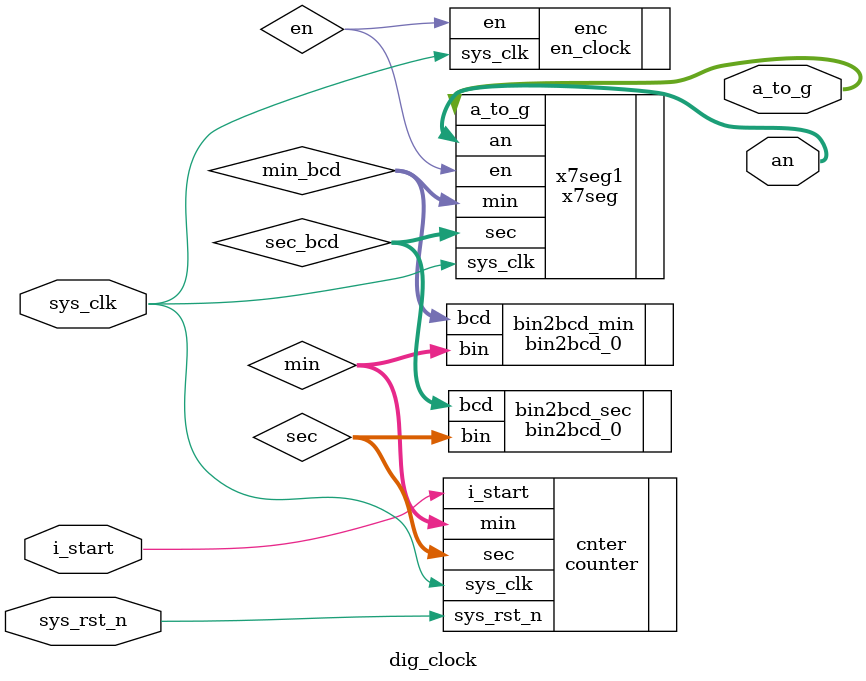
<source format=sv>
`timescale 1ns / 1ps

module dig_clock(
    input                   sys_clk,
    input                   sys_rst_n,
    input                   i_start,
    output logic [3 : 0]    an,
    output logic [7 : 0]    a_to_g
    );
    
    logic           en;
    logic [7 : 0]   min;
    logic [7 : 0]   sec;
    logic [7 : 0]   min_bcd;
    logic [7 : 0]   sec_bcd;
    
    en_clock enc(.sys_clk(sys_clk), .en(en));
    
    counter cnter(
        .sys_clk(sys_clk),
        .sys_rst_n(sys_rst_n),
        .i_start(i_start),
        .min(min),
        .sec(sec)
    );
    
    bin2bcd_0 bin2bcd_min(
        .bin(min),
        .bcd(min_bcd)
    );
    
    bin2bcd_0 bin2bcd_sec(
        .bin(sec),
        .bcd(sec_bcd)
    );
    
    x7seg x7seg1(
        .sys_clk(sys_clk),
        .en(en),
        .min(min_bcd),
        .sec(sec_bcd),
        .a_to_g(a_to_g),
        .an(an)
    );
    
endmodule
</source>
